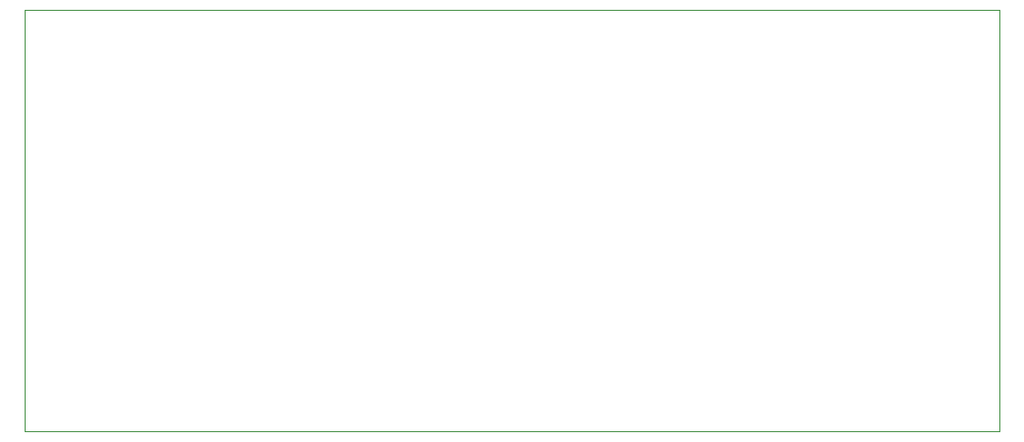
<source format=gbr>
%TF.GenerationSoftware,KiCad,Pcbnew,(5.1.8)-1*%
%TF.CreationDate,2023-05-13T00:37:53+03:00*%
%TF.ProjectId,MUL1,4d554c31-2e6b-4696-9361-645f70636258,rev?*%
%TF.SameCoordinates,Original*%
%TF.FileFunction,Profile,NP*%
%FSLAX46Y46*%
G04 Gerber Fmt 4.6, Leading zero omitted, Abs format (unit mm)*
G04 Created by KiCad (PCBNEW (5.1.8)-1) date 2023-05-13 00:37:53*
%MOMM*%
%LPD*%
G01*
G04 APERTURE LIST*
%TA.AperFunction,Profile*%
%ADD10C,0.050000*%
%TD*%
G04 APERTURE END LIST*
D10*
X81280000Y-50165000D02*
X81280000Y-86360000D01*
X165100000Y-50165000D02*
X81280000Y-50165000D01*
X165100000Y-86360000D02*
X165100000Y-50165000D01*
X81280000Y-86360000D02*
X165100000Y-86360000D01*
M02*

</source>
